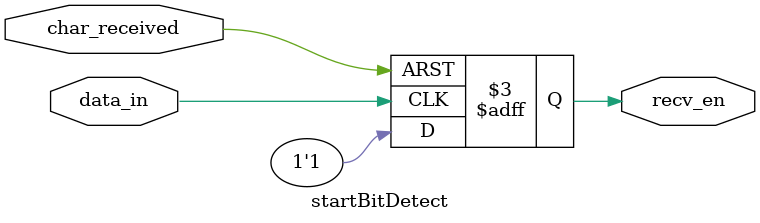
<source format=v>
module startBitDetect(recv_en, data_in, char_received);
	output reg recv_en = 1'b0;
	input data_in, char_received;

	always @(negedge data_in or posedge char_received)
		if (char_received) recv_en <= 1'b0;
		else recv_en <= 1'b1;
endmodule
</source>
